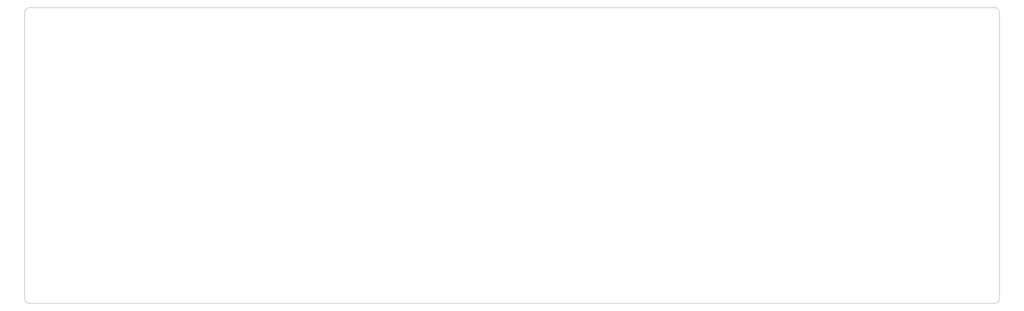
<source format=gbr>
%TF.GenerationSoftware,KiCad,Pcbnew,(5.99.0-2809-gaceed2b0a4)*%
%TF.CreationDate,2020-08-26T23:20:53-04:00*%
%TF.ProjectId,athene-pcb,61746865-6e65-42d7-9063-622e6b696361,rev?*%
%TF.SameCoordinates,Original*%
%TF.FileFunction,Profile,NP*%
%FSLAX46Y46*%
G04 Gerber Fmt 4.6, Leading zero omitted, Abs format (unit mm)*
G04 Created by KiCad (PCBNEW (5.99.0-2809-gaceed2b0a4)) date 2020-08-26 23:20:53*
%MOMM*%
%LPD*%
G01*
G04 APERTURE LIST*
%TA.AperFunction,Profile*%
%ADD10C,0.100000*%
%TD*%
G04 APERTURE END LIST*
D10*
X16668750Y-107950000D02*
G75*
G03*
X18256250Y-109537500I1587500J0D01*
G01*
X318293750Y-109537500D02*
G75*
G03*
X319881250Y-107950000I0J1587500D01*
G01*
X318293750Y-109537500D02*
X18256250Y-109537500D01*
X16668750Y-19050000D02*
G75*
G02*
X18256250Y-17462500I1587500J0D01*
G01*
X318293750Y-17462500D02*
G75*
G02*
X319881250Y-19050000I0J-1587500D01*
G01*
X319881250Y-19050000D02*
X319881250Y-107950000D01*
X16668750Y-107950000D02*
X16668750Y-19050000D01*
X18256250Y-17462500D02*
X318293750Y-17462500D01*
M02*

</source>
